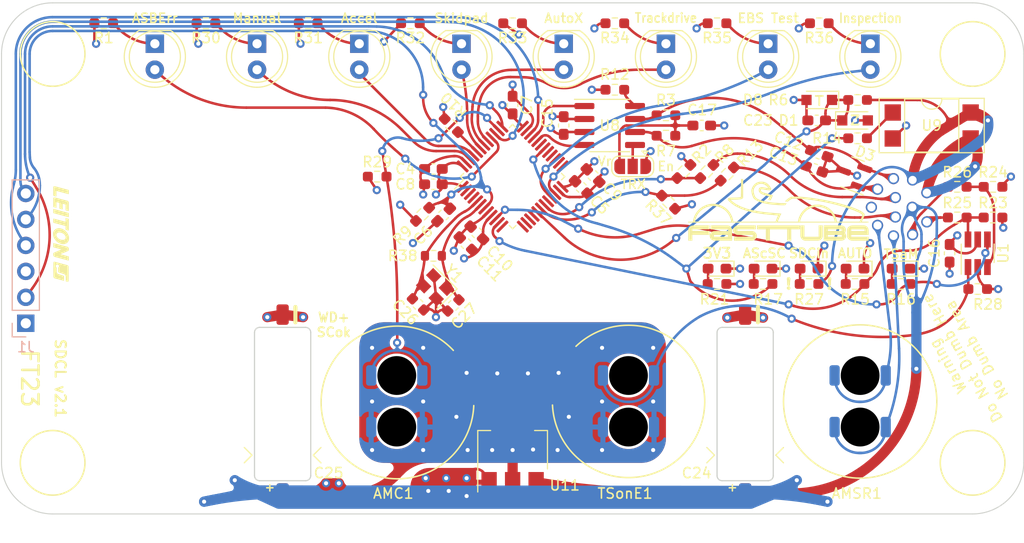
<source format=kicad_pcb>
(kicad_pcb (version 20221018) (generator pcbnew)

  (general
    (thickness 1.6)
  )

  (paper "A4")
  (layers
    (0 "F.Cu" signal)
    (1 "In1.Cu" power "In1-GND.Cu")
    (2 "In2.Cu" power "In2-3V3.Cu")
    (31 "B.Cu" signal)
    (33 "F.Adhes" user "F.Adhesive")
    (35 "F.Paste" user)
    (37 "F.SilkS" user "F.Silkscreen")
    (38 "B.Mask" user)
    (39 "F.Mask" user)
    (40 "Dwgs.User" user "User.Drawings")
    (41 "Cmts.User" user "User.Comments")
    (42 "Eco1.User" user "User.Eco1")
    (43 "Eco2.User" user "User.Eco2")
    (44 "Edge.Cuts" user)
    (45 "Margin" user)
    (46 "B.CrtYd" user "B.Courtyard")
    (47 "F.CrtYd" user "F.Courtyard")
    (49 "F.Fab" user)
  )

  (setup
    (stackup
      (layer "F.SilkS" (type "Top Silk Screen"))
      (layer "F.Paste" (type "Top Solder Paste"))
      (layer "F.Mask" (type "Top Solder Mask") (thickness 0.01))
      (layer "F.Cu" (type "copper") (thickness 0.035))
      (layer "dielectric 1" (type "core") (thickness 0.48) (material "FR4") (epsilon_r 4.5) (loss_tangent 0.02))
      (layer "In1.Cu" (type "copper") (thickness 0.035))
      (layer "dielectric 2" (type "prepreg") (thickness 0.48) (material "FR4") (epsilon_r 4.5) (loss_tangent 0.02))
      (layer "In2.Cu" (type "copper") (thickness 0.035))
      (layer "dielectric 3" (type "core") (thickness 0.48) (material "FR4") (epsilon_r 4.5) (loss_tangent 0.02))
      (layer "B.Cu" (type "copper") (thickness 0.035))
      (layer "B.Mask" (type "Bottom Solder Mask") (thickness 0.01))
      (copper_finish "None")
      (dielectric_constraints no)
    )
    (pad_to_mask_clearance 0)
    (pcbplotparams
      (layerselection 0x00010e0_ffffffff)
      (plot_on_all_layers_selection 0x0000000_00000000)
      (disableapertmacros false)
      (usegerberextensions false)
      (usegerberattributes true)
      (usegerberadvancedattributes true)
      (creategerberjobfile true)
      (dashed_line_dash_ratio 12.000000)
      (dashed_line_gap_ratio 3.000000)
      (svgprecision 6)
      (plotframeref false)
      (viasonmask false)
      (mode 1)
      (useauxorigin false)
      (hpglpennumber 1)
      (hpglpenspeed 20)
      (hpglpendiameter 15.000000)
      (dxfpolygonmode true)
      (dxfimperialunits true)
      (dxfusepcbnewfont true)
      (psnegative false)
      (psa4output false)
      (plotreference true)
      (plotvalue true)
      (plotinvisibletext false)
      (sketchpadsonfab false)
      (subtractmaskfromsilk false)
      (outputformat 1)
      (mirror false)
      (drillshape 0)
      (scaleselection 1)
      (outputdirectory "export/gbr/")
    )
  )

  (net 0 "")
  (net 1 "GND")
  (net 2 "NRST")
  (net 3 "+12V")
  (net 4 "AMC")
  (net 5 "TRACESWO")
  (net 6 "SWDIO")
  (net 7 "SWCLK")
  (net 8 "unconnected-(U7-PA2-Pad12)")
  (net 9 "AMSRin")
  (net 10 "AMSRout")
  (net 11 "+3.3V")
  (net 12 "/CAN TRX/CAN_H")
  (net 13 "/CAN TRX/CAN_L")
  (net 14 "Net-(U7-PF0)")
  (net 15 "/Connections/SDC_in_3V3")
  (net 16 "Net-(U7-PF1)")
  (net 17 "Net-(D2-K)")
  (net 18 "/Backup AMI/AMI0")
  (net 19 "Net-(D4-A)")
  (net 20 "/Backup AMI/AMI1")
  (net 21 "Net-(D5-A)")
  (net 22 "/Backup AMI/AMI2")
  (net 23 "Net-(D6-A)")
  (net 24 "/Backup AMI/AMI3")
  (net 25 "Net-(D7-A)")
  (net 26 "/Backup AMI/AMI4")
  (net 27 "unconnected-(U7-PA3-Pad13)")
  (net 28 "/Backup AMI/AMI5")
  (net 29 "unconnected-(U7-PA4-Pad14)")
  (net 30 "/Backup AMI/AMI6")
  (net 31 "Net-(J2-Pad1)")
  (net 32 "Net-(J2-Pad9)")
  (net 33 "Net-(R14-Pad2)")
  (net 34 "unconnected-(U7-PA5-Pad15)")
  (net 35 "Net-(D12-A)")
  (net 36 "Net-(D14-K)")
  (net 37 "Net-(D15-K)")
  (net 38 "Net-(D16-K)")
  (net 39 "Net-(D17-K)")
  (net 40 "Net-(D18-K)")
  (net 41 "/Controller/TS_activate_MUXed")
  (net 42 "Net-(J2-Pad11)")
  (net 43 "Net-(J2-Pad12)")
  (net 44 "Net-(D19-K)")
  (net 45 "/Connections/SDC_out")
  (net 46 "/Connections/SDC_in")
  (net 47 "/Connections/TS_activate_dash")
  (net 48 "/Controller/Watchdog")
  (net 49 "/CAN TRX/CAN_TX")
  (net 50 "/CAN TRX/CAN_RX")
  (net 51 "Net-(D20-K)")
  (net 52 "/Connections/ASMS")
  (net 53 "CLOSED")
  (net 54 "/Buttons/TS_activate_ext")
  (net 55 "/Controller/SDC_is_ready")
  (net 56 "Net-(JP1-C)")
  (net 57 "Net-(U7-BOOT0)")
  (net 58 "Net-(U8-Rs)")
  (net 59 "unconnected-(U7-PA8-Pad29)")
  (net 60 "unconnected-(U7-PB15-Pad28)")
  (net 61 "unconnected-(U7-PB14-Pad27)")
  (net 62 "unconnected-(U7-PB13-Pad26)")
  (net 63 "unconnected-(U7-PB12-Pad25)")
  (net 64 "unconnected-(U7-PB2-Pad20)")
  (net 65 "/CAN TRX/Vref")
  (net 66 "LV_SENSE_2")
  (net 67 "LV_SENSE_1")
  (net 68 "unconnected-(U7-PC15-Pad4)")
  (net 69 "/Controller/asb_error")
  (net 70 "unconnected-(U7-PC14-Pad3)")
  (net 71 "unconnected-(U7-PC13-Pad2)")

  (footprint "Capacitor_SMD:C_0603_1608Metric_Pad1.08x0.95mm_HandSolder" (layer "F.Cu") (at 142.25 66.25 180))

  (footprint "Capacitor_SMD:C_0603_1608Metric_Pad1.08x0.95mm_HandSolder" (layer "F.Cu") (at 156.717515 68.06066 -45))

  (footprint "Capacitor_SMD:C_0603_1608Metric_Pad1.08x0.95mm_HandSolder" (layer "F.Cu") (at 143.25 70.75 -135))

  (footprint "Capacitor_SMD:C_0603_1608Metric_Pad1.08x0.95mm_HandSolder" (layer "F.Cu") (at 150 60 90))

  (footprint "Capacitor_SMD:C_0603_1608Metric_Pad1.08x0.95mm_HandSolder" (layer "F.Cu") (at 142.25 67.75 180))

  (footprint "Capacitor_SMD:C_0603_1608Metric_Pad1.08x0.95mm_HandSolder" (layer "F.Cu") (at 157.867538 66.897577 -45))

  (footprint "Capacitor_SMD:C_0603_1608Metric_Pad1.08x0.95mm_HandSolder" (layer "F.Cu") (at 146.5 72.5 135))

  (footprint "Capacitor_SMD:C_0603_1608Metric_Pad1.08x0.95mm_HandSolder" (layer "F.Cu") (at 145.43934 73.56066 135))

  (footprint "Capacitor_SMD:C_0603_1608Metric_Pad1.08x0.95mm_HandSolder" (layer "F.Cu") (at 180 64.75 -20))

  (footprint "Capacitor_SMD:C_0603_1608Metric_Pad1.08x0.95mm_HandSolder" (layer "F.Cu") (at 179.5 66.25 160))

  (footprint "Capacitor_SMD:C_0603_1608Metric_Pad1.08x0.95mm_HandSolder" (layer "F.Cu") (at 155 62 90))

  (footprint "Resistor_SMD:R_0603_1608Metric_Pad0.98x0.95mm_HandSolder" (layer "F.Cu") (at 183.75 59.5 180))

  (footprint "Resistor_SMD:R_0603_1608Metric_Pad0.98x0.95mm_HandSolder" (layer "F.Cu") (at 141.18934 70.68934 45))

  (footprint "Resistor_SMD:R_0603_1608Metric_Pad0.98x0.95mm_HandSolder" (layer "F.Cu") (at 144 62 135))

  (footprint "Resistor_SMD:R_0603_1608Metric_Pad0.98x0.95mm_HandSolder" (layer "F.Cu") (at 160 58.5 180))

  (footprint "Package_TO_SOT_SMD:SOT-23-6_Handsoldering" (layer "F.Cu") (at 195.5 74.5 90))

  (footprint "Package_QFP:LQFP-48_7x7mm_P0.5mm" (layer "F.Cu") (at 150 67 45))

  (footprint "Package_SO:SOIC-8_3.9x4.9mm_P1.27mm" (layer "F.Cu") (at 159.5 62))

  (footprint "Resistor_SMD:R_0603_1608Metric_Pad0.98x0.95mm_HandSolder" (layer "F.Cu") (at 183.75 63.25))

  (footprint "Package_DIP:DIP-4_W7.62mm_SMDSocket_SmallPads" (layer "F.Cu") (at 191 62))

  (footprint "Capacitor_SMD:C_0603_1608Metric_Pad1.08x0.95mm_HandSolder" (layer "F.Cu") (at 192.75 74.5 90))

  (footprint "Diode_SMD:D_0603_1608Metric_Pad1.05x0.95mm_HandSolder" (layer "F.Cu") (at 183.5 76 180))

  (footprint "Diode_SMD:D_0603_1608Metric_Pad1.05x0.95mm_HandSolder" (layer "F.Cu") (at 188 76 180))

  (footprint "Diode_SMD:D_0603_1608Metric_Pad1.05x0.95mm_HandSolder" (layer "F.Cu") (at 174.5 76 180))

  (footprint "Diode_SMD:D_0603_1608Metric_Pad1.05x0.95mm_HandSolder" (layer "F.Cu") (at 170 76 180))

  (footprint "Resistor_SMD:R_0603_1608Metric_Pad0.98x0.95mm_HandSolder" (layer "F.Cu") (at 183.5 77.5 180))

  (footprint "Resistor_SMD:R_0603_1608Metric_Pad0.98x0.95mm_HandSolder" (layer "F.Cu") (at 188 77.5))

  (footprint "Resistor_SMD:R_0603_1608Metric_Pad0.98x0.95mm_HandSolder" (layer "F.Cu") (at 174.5 77.5 180))

  (footprint "Resistor_SMD:R_0603_1608Metric_Pad0.98x0.95mm_HandSolder" (layer "F.Cu") (at 170 77.5 180))

  (footprint "Capacitor_SMD:C_0603_1608Metric_Pad1.08x0.95mm_HandSolder" (layer "F.Cu") (at 179.75 61.5))

  (footprint "Diode_SMD:D_SOD-323_HandSoldering" (layer "F.Cu") (at 180 59.5 180))

  (footprint "MountingHole:MountingHole_3.2mm_M3" (layer "F.Cu") (at 105 55 180))

  (footprint "MountingHole:MountingHole_3.2mm_M3" (layer "F.Cu") (at 195 95 180))

  (footprint "MountingHole:MountingHole_3.2mm_M3" (layer "F.Cu") (at 105 95 180))

  (footprint "Diode_SMD:D_SOD-323_HandSoldering" (layer "F.Cu") (at 183.5 61.5))

  (footprint "Resistor_SMD:R_0603_1608Metric_Pad0.98x0.95mm_HandSolder" (layer "F.Cu") (at 195.5 78 180))

  (footprint "Custom:CP_Combo_15.0mm_5mm_P2.00mm_Horizontal_Slotted_Backside" (layer "F.Cu") (at 127.5 98))

  (footprint "Resistor_SMD:R_0603_1608Metric_Pad0.98x0.95mm_HandSolder" (layer "F.Cu") (at 170 52 180))

  (footprint "Resistor_SMD:R_0603_1608Metric_Pad0.98x0.95mm_HandSolder" (layer "F.Cu") (at 140 52 180))

  (footprint "Resistor_SMD:R_0603_1608Metric_Pad0.98x0.95mm_HandSolder" (layer "F.Cu") (at 193.5 71))

  (footprint "LED_THT:LED_D5.0mm_Clear" (layer "F.Cu") (at 165 54 -90))

  (footprint "Resistor_SMD:R_0603_1608Metric_Pad0.98x0.95mm_HandSolder" (layer "F.Cu") (at 130 52 180))

  (footprint "Resistor_SMD:R_0603_1608Metric_Pad0.98x0.95mm_HandSolder" (layer "F.Cu") (at 179 77.5))

  (footprint "Resistor_SMD:R_0603_1608Metric_Pad0.98x0.95mm_HandSolder" (layer "F.Cu") (at 171 66.75 -135))

  (footprint "Resistor_SMD:R_0603_1608Metric_Pad0.98x0.95mm_HandSolder" (layer "F.Cu") (at 165 61 180))

  (footprint "Resistor_SMD:R_0603_1608Metric_Pad0.98x0.95mm_HandSolder" (layer "F.Cu") (at 110 52 180))

  (footprint "Resistor_SMD:R_0603_1608Metric_Pad0.98x0.95mm_HandSolder" (layer "F.Cu") (at 180 52 180))

  (footprint "Diode_SMD:D_0603_1608Metric_Pad1.05x0.95mm_HandSolder" (layer "F.Cu") (at 179 76 180))

  (footprint "Resistor_SMD:R_0603_1608Metric_Pad0.98x0.95mm_HandSolder" (layer "F.Cu") (at 150 52 180))

  (footprint "Custom:FTLogo_small" (layer "F.Cu")
    (tstamp 51472687-6beb-4554-bb21-7c734dc94678)
    (at 176 70.25)
    (attr through_hole)
    (fp_text reference "G***" (at 0 0) (layer "F.SilkS") hide
        (effects (font (size 1.524 1.524) (thickness 0.3)))
      (tstamp ecf1cee0-7eb5-48bc-be60-cc2ab8c354d7)
    )
    (fp_text value "LOGO" (at 0.75 0) (layer "F.SilkS") hide
        (effects (font (size 1.524 1.524) (thickness 0.3)))
      (tstamp 9a7de573-c49e-4367-bc23-fc363d4c002d)
    )
    (fp_poly
      (pts
        (xy 2.116667 1.900767)
        (xy 1.253067 1.900767)
        (xy 1.253067 3.014134)
        (xy 0.8636 3.014134)
        (xy 0.8636 1.900767)
        (xy -0.829734 1.900767)
        (xy -0.829734 3.014134)
        (xy -1.2192 3.014134)
        (xy -1.2192 1.900767)
        (xy -2.0828 1.900767)
        (xy -2.0828 1.524)
        (xy 2.116667 1.524)
        (xy 2.116667 1.900767)
      )

      (stroke (width 0.01) (type solid)) (fill solid) (layer "F.SilkS") (tstamp c7264129-387f-419a-8afa-721ba1a56bd4))
    (fp_poly
      (pts
        (xy -6.739467 1.900767)
        (xy -8.4201 1.900767)
        (xy -8.4201 2.065867)
        (xy -6.739467 2.065867)
        (xy -6.739467 2.442634)
        (xy -8.4201 2.442634)
        (xy -8.4201 3.014134)
        (xy -8.809567 3.014134)
        (xy -8.809483 2.479675)
        (xy -8.809436 2.397863)
        (xy -8.809323 2.321404)
        (xy -8.809146 2.250587)
        (xy -8.808907 2.185701)
        (xy -8.808609 2.127034)
        (xy -8.808253 2.074875)
        (xy -8.807843 2.029514)
        (xy -8.807379 1.991238)
        (xy -8.806865 1.960336)
        (xy -8.806302 1.937098)
        (xy -8.805693 1.921812)
        (xy -8.805186 1.915584)
        (xy -8.79284 1.854464)
        (xy -8.773887 1.798625)
        (xy -8.748242 1.747949)
        (xy -8.715821 1.702321)
        (xy -8.676538 1.661627)
        (xy -8.630309 1.625749)
        (xy -8.57705 1.594573)
        (xy -8.56615 1.589182)
        (xy -8.527908 1.57231)
        (xy -8.488651 1.558302)
        (xy -8.445907 1.546374)
        (xy -8.397202 1.535747)
        (xy -8.396817 1.535672)
        (xy -8.391138 1.53458)
        (xy -8.385547 1.533579)
        (xy -8.379669 1.532664)
        (xy -8.37313 1.531831)
        (xy -8.365554 1.531074)
        (xy -8.356566 1.530389)
        (xy -8.345792 1.529772)
        (xy -8.332855 1.529218)
        (xy -8.317382 1.528723)
        (xy -8.298998 1.528281)
        (xy -8.277326 1.527888)
        (xy -8.251993 1.527539)
        (xy -8.222624 1.527231)
        (xy -8.188843 1.526957)
        (xy -8.150275 1.526714)
        (xy -8.106546 1.526498)
        (xy -8.05728 1.526302)
        (xy -8.002103 1.526123)
        (xy -7.940639 1.525957)
        (xy -7.872514 1.525798)
        (xy -7.797352 1.525642)
        (xy -7.714779 1.525484)
        (xy -7.624419 1.52532)
        (xy -7.544858 1.525178)
        (xy -6.739467 1.52375)
        (xy -6.739467 1.900767)
      )

      (stroke (width 0.01) (type solid)) (fill solid) (layer "F.SilkS") (tstamp 883c9d93-291c-4231-a9a0-f73c12d09a1a))
    (fp_poly
      (pts
        (xy 5.303308 1.525066)
        (xy 5.404741 1.525212)
        (xy 5.498076 1.525342)
        (xy 5.583682 1.525466)
        (xy 5.66193 1.525592)
        (xy 5.733189 1.52573)
        (xy 5.797827 1.52589)
        (xy 5.856214 1.52608)
        (xy 5.908719 1.526311)
        (xy 5.955712 1.526592)
        (xy 5.997562 1.526933)
        (xy 6.034637 1.527341)
        (xy 6.067308 1.527828)
        (xy 6.095943 1.528403)
        (xy 6.120912 1.529075)
        (xy 6.142584 1.529853)
        (xy 6.161328 1.530747)
        (xy 6.177513 1.531766)
        (xy 6.19151 1.53292)
        (xy 6.203687 1.534218)
        (xy 6.214412 1.53567)
        (xy 6.224057 1.537285)
        (xy 6.232989 1.539073)
        (xy 6.241579 1.541042)
        (xy 6.250194 1.543203)
        (xy 6.259206 1.545565)
        (xy 6.268982 1.548137)
        (xy 6.275916 1.549925)
        (xy 6.333192 1.568234)
        (xy 6.386274 1.592712)
        (xy 6.434503 1.622864)
        (xy 6.477222 1.658194)
        (xy 6.51377 1.698207)
        (xy 6.543489 1.742407)
        (xy 6.551187 1.756834)
        (xy 6.569847 1.801107)
        (xy 6.584159 1.849957)
        (xy 6.593772 1.901123)
        (xy 6.598339 1.952343)
        (xy 6.597508 2.001357)
        (xy 6.593729 2.032)
        (xy 6.586533 2.065089)
        (xy 6.575746 2.10347)
        (xy 6.562024 2.14511)
        (xy 6.546022 2.187975)
        (xy 6.53445 2.216132)
        (xy 6.515189 2.261222)
        (xy 6.538381 2.300628)
        (xy 6.57109 2.361978)
        (xy 6.596198 2.421849)
        (xy 6.613596 2.479897)
        (xy 6.623173 2.535779)
        (xy 6.625166 2.57378)
        (xy 6.621089 2.632474)
        (xy 6.609018 2.688764)
        (xy 6.589195 2.742213)
        (xy 6.561862 2.792381)
        (xy 6.527261 2.83883)
        (xy 6.485634 2.88112)
        (xy 6.437223 2.918812)
        (xy 6.433635 2.921234)
        (xy 6.393601 2.946307)
        (xy 6.355596 2.96615)
        (xy 6.316718 2.982011)
        (xy 6.274064 2.995139)
        (xy 6.245199 3.002282)
        (xy 6.20395 3.01176)
        (xy 4.445 3.014308)
        (xy 4.445 2.637367)
        (xy 4.834466 2.637367)
        (xy 6.214702 2.637367)
        (xy 6.213559 2.547409)
        (xy 6.212416 2.45745)
        (xy 4.834466 2.455308)
        (xy 4.834466 2.637367)
        (xy 4.445 2.637367)
        (xy 4.445 1.900767)
        (xy 4.834466 1.900767)
        (xy 4.834466 2.0701)
        (xy 6.193366 2.0701)
        (xy 6.193366 1.900767)
        (xy 4.834466 1.900767)
        (xy 4.445 1.900767)
        (xy 4.445 1.523783)
        (xy 5.303308 1.525066)
      )

      (stroke (width 0.01) (type solid)) (fill solid) (layer "F.SilkS") (tstamp d0690c1a-290b-40b2-a5e5-e00a754ab955))
    (fp_poly
      (pts
        (xy 2.548467 2.637367)
        (xy 3.941233 2.637367)
        (xy 3.941233 1.524)
        (xy 4.330998 1.524)
        (xy 4.329632 2.077509)
        (xy 4.328267 2.631017)
        (xy 4.31873 2.667)
        (xy 4.301741 2.715767)
        (xy 4.277243 2.763933)
        (xy 4.246183 2.810501)
        (xy 4.20951 2.854475)
        (xy 4.168172 2.894859)
        (xy 4.123115 2.930656)
        (xy 4.075289 2.96087)
        (xy 4.02564 2.984504)
        (xy 4.011657 2.989766)
        (xy 4.002832 2.992919)
        (xy 3.994702 2.995787)
        (xy 3.98685 2.998385)
        (xy 3.978859 3.000726)
        (xy 3.970312 3.002822)
        (xy 3.960792 3.004686)
        (xy 3.949881 3.006332)
        (xy 3.937162 3.007772)
        (xy 3.922218 3.009021)
        (xy 3.904631 3.010089)
        (xy 3.883985 3.010992)
        (xy 3.859862 3.011742)
        (xy 3.831844 3.012351)
        (xy 3.799515 3.012834)
        (xy 3.762458 3.013202)
        (xy 3.720254 3.01347)
        (xy 3.672487 3.013649)
        (xy 3.61874 3.013754)
        (xy 3.558595 3.013798)
        (xy 3.491635 3.013792)
        (xy 3.417442 3.013751)
        (xy 3.335601 3.013687)
        (xy 3.249587 3.013617)
        (xy 3.17527 3.013536)
        (xy 3.103009 3.013413)
        (xy 3.033283 3.01325)
        (xy 2.966569 3.013051)
        (xy 2.903346 3.012818)
        (xy 2.844092 3.012554)
        (xy 2.789284 3.012263)
        (xy 2.7394 3.011946)
        (xy 2.69492 3.011608)
        (xy 2.656319 3.01125)
        (xy 2.624077 3.010876)
        (xy 2.598671 3.010489)
        (xy 2.58058 3.010091)
        (xy 2.57028 3.009685)
        (xy 2.568419 3.009517)
        (xy 2.523908 2.999652)
        (xy 2.477647 2.983253)
        (xy 2.431829 2.961278)
        (xy 2.388645 2.934684)
        (xy 2.375515 2.925185)
        (xy 2.350501 2.904598)
        (xy 2.323435 2.879377)
        (xy 2.296295 2.851597)
        (xy 2.27106 2.823334)
        (xy 2.249707 2.796663)
        (xy 2.240255 2.783302)
        (xy 2.212272 2.736904)
        (xy 2.190604 2.690553)
        (xy 2.173791 2.640941)
        (xy 2.168344 2.620434)
        (xy 2.16733 2.615671)
        (xy 2.166415 2.609667)
  
... [823608 chars truncated]
</source>
